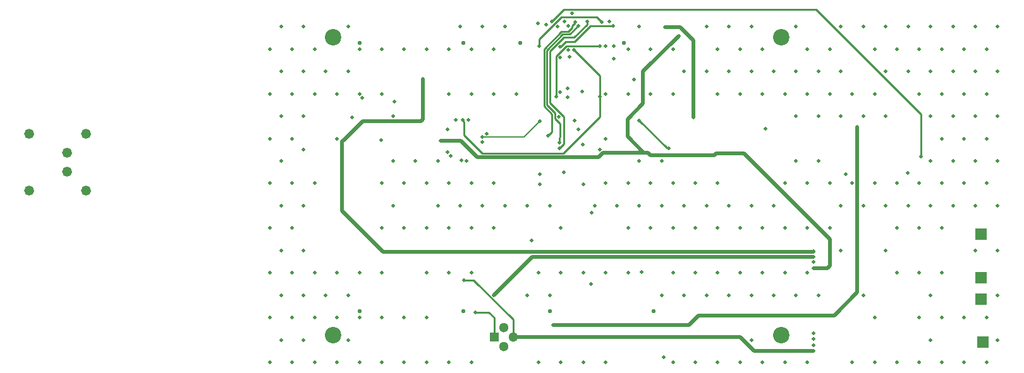
<source format=gbr>
%TF.GenerationSoftware,Altium Limited,Altium Designer,22.2.1 (43)*%
G04 Layer_Physical_Order=2*
G04 Layer_Color=36540*
%FSLAX45Y45*%
%MOMM*%
%TF.SameCoordinates,3546A09D-0AB3-465C-A5BE-671B47EBA127*%
%TF.FilePolarity,Positive*%
%TF.FileFunction,Copper,L2,Inr,Signal*%
%TF.Part,Single*%
G01*
G75*
%TA.AperFunction,Conductor*%
%ADD57C,0.50000*%
%ADD58C,0.25400*%
%ADD59C,0.12700*%
%TA.AperFunction,ComponentPad*%
%ADD60R,1.50000X1.50000*%
%ADD61C,0.54991*%
%ADD62C,2.19989*%
%ADD63C,1.32080*%
%ADD64R,1.30000X1.30000*%
%ADD65C,1.30000*%
%TA.AperFunction,ViaPad*%
%ADD66C,0.50000*%
D57*
X13266949Y4057883D02*
X13300000Y4090933D01*
X13083807Y4057883D02*
X13266949D01*
X9317300Y4217300D02*
X13080000D01*
X8800000Y3700000D02*
X9317300Y4217300D01*
X13360001Y3430000D02*
X13668077Y3738077D01*
Y5956353D01*
X9596223Y3301643D02*
X11413933D01*
X11542290Y3430000D01*
X13360001D01*
X8090000Y5770000D02*
X8360000D01*
X10808357Y5611643D02*
X10866223D01*
X10265893D02*
X10808357D01*
X8360000Y5770000D02*
X8580400Y5549600D01*
X10203850D01*
X10265893Y5611643D01*
X11776223Y5601643D02*
X12148357D01*
X13300000Y4450000D01*
Y4090933D02*
Y4450000D01*
X11298357Y7291643D02*
X11476223Y7113777D01*
Y6081643D02*
Y7113777D01*
X11096223Y7291643D02*
X11298357D01*
X10866223Y5611643D02*
X10897866Y5580000D01*
X11754580D02*
X11776223Y5601643D01*
X10897866Y5580000D02*
X11754580D01*
X10590000Y5830000D02*
X10808357Y5611643D01*
X10590000Y5830000D02*
Y6060000D01*
X10800000Y6270000D01*
Y6700000D02*
X11280000Y7180000D01*
X10800000Y6270000D02*
Y6700000D01*
X7850000Y6061294D02*
Y6600000D01*
X7825642Y6036936D02*
X7850000Y6061294D01*
X7046935Y6036936D02*
X7825642D01*
X6790000Y5780000D02*
X7046935Y6036936D01*
X6770000Y5760000D02*
X6790000Y5780000D01*
X6770000Y4827866D02*
Y5760000D01*
Y4827866D02*
X7306223Y4291643D01*
X7320000Y4280000D02*
X13080000D01*
X7310000Y4290000D02*
X7320000Y4280000D01*
X12098340Y3141660D02*
X12290000Y2950000D01*
X13080000D01*
X9057160Y3141660D02*
X12098340D01*
D58*
X9797876Y7236200D02*
X9850800Y7289124D01*
X9737562Y7530400D02*
X13119600D01*
X9708437Y7236200D02*
X9797876D01*
X9887660Y7352626D02*
Y7359283D01*
X9708038Y7429600D02*
X10180568D01*
X9410000Y7131562D02*
X9708038Y7429600D01*
X9575664Y7368502D02*
X9737562Y7530400D01*
X13119600D02*
X14520000Y6130000D01*
X9850800Y7289124D02*
Y7315766D01*
X10180568Y7429600D02*
X10249768Y7360400D01*
X9850800Y7315766D02*
X9887660Y7352626D01*
X9511900Y6254219D02*
X9619600Y6146519D01*
Y6069124D02*
X9690000Y5998724D01*
X9740000Y5730000D02*
Y6091276D01*
X9581500Y5891500D02*
Y6128500D01*
X9473800Y6236200D02*
X9581500Y6128500D01*
X9619600Y6069124D02*
Y6146519D01*
X9550000Y6281276D02*
X9740000Y6091276D01*
X9530000Y5840000D02*
X9581500Y5891500D01*
X9550000Y6281276D02*
Y6970000D01*
X9690000Y5825800D02*
Y5998724D01*
X9680000Y5670000D02*
X9740000Y5730000D01*
X9680000Y5750000D02*
Y5815800D01*
X9690000Y5825800D01*
X9511900Y6254219D02*
Y6985782D01*
X9410000Y7040000D02*
Y7131562D01*
X8398598Y5851403D02*
X8650000Y5600000D01*
X9730000D01*
X8398598Y5851403D02*
Y6024746D01*
X9680000Y5670000D02*
X9680000D01*
X9057160Y3141660D02*
Y3371564D01*
X8400000Y3900000D02*
X8528724D01*
X9057160Y3371564D01*
X8803160Y3141660D02*
Y3396840D01*
X8550000Y3470000D02*
X8730000D01*
X8803160Y3396840D01*
X8380000Y6043344D02*
Y6050000D01*
Y6043344D02*
X8398598Y6024746D01*
X10047792Y7333140D02*
Y7368424D01*
X10049368Y7370000D01*
X9880000Y7100000D02*
X9980000Y7200000D01*
X10090000Y7310000D02*
X10399768D01*
X9764390Y7100000D02*
X9880000D01*
X9980000Y7200000D02*
X9980000D01*
X10090000Y7310000D01*
X9874653Y7160000D02*
X10047792Y7333140D01*
X9815148Y7198100D02*
X9931996Y7314947D01*
X9740000Y7160000D02*
X9874653D01*
X9724218Y7198100D02*
X9815148D01*
X9550000Y6970000D02*
X9740000Y7160000D01*
X9473800Y7001563D02*
X9708437Y7236200D01*
X9511900Y6985782D02*
X9724218Y7198100D01*
X9473800Y6236200D02*
Y7001563D01*
X14520000Y5560000D02*
Y6130000D01*
X9775274Y7045274D02*
X10222869D01*
X9730000Y5600000D02*
X10220000Y6090000D01*
Y6360000D01*
Y6647177D01*
X9872303Y6994874D02*
X10220000Y6647177D01*
X9687775Y7029051D02*
X9693441D01*
X9764390Y7100000D01*
X9640000Y6360000D02*
Y6910000D01*
X9775274Y7045274D01*
X11135293Y5674707D02*
X11140000Y5670000D01*
X10750000Y6040000D02*
X11115293Y5674707D01*
X11135293D01*
D59*
X9207660Y5820160D02*
X9417500Y6030000D01*
X8650000Y5820160D02*
X9207660D01*
D60*
X15350000Y3070000D02*
D03*
X15330000Y3930000D02*
D03*
Y4520000D02*
D03*
Y3650000D02*
D03*
D61*
X10545001Y7085019D02*
D03*
X9155011D02*
D03*
X8395018D02*
D03*
X7005003D02*
D03*
X10945025Y3485001D02*
D03*
X9555010D02*
D03*
X8395018D02*
D03*
X7005003D02*
D03*
D62*
X6650012Y7160000D02*
D03*
Y3160008D02*
D03*
X12650000D02*
D03*
Y7160000D02*
D03*
D63*
X3341000Y5099000D02*
D03*
X2579000D02*
D03*
Y5861000D02*
D03*
X3341000D02*
D03*
X3087000Y5353000D02*
D03*
X3087000Y5607000D02*
D03*
D64*
X8803160Y3141660D02*
D03*
D65*
X9057160D02*
D03*
X8930160Y3268660D02*
D03*
Y3014660D02*
D03*
D66*
X9887660Y7359283D02*
D03*
X9850000Y7480000D02*
D03*
X15549995Y7299998D02*
D03*
X15399995Y6999998D02*
D03*
X15549995Y6699998D02*
D03*
X15399995Y6399998D02*
D03*
X15549995Y6099998D02*
D03*
X15399995Y5799998D02*
D03*
X15549995Y5499998D02*
D03*
X15399995Y5199998D02*
D03*
X15549995Y4899999D02*
D03*
Y4299999D02*
D03*
Y3699999D02*
D03*
X15399995Y3399999D02*
D03*
X15549995Y3099999D02*
D03*
X15399995Y2799999D02*
D03*
X15249995Y7299998D02*
D03*
X15099995Y6999998D02*
D03*
X15249995Y6699998D02*
D03*
X15099995Y6399998D02*
D03*
X15249995Y6099998D02*
D03*
X15099995Y5799998D02*
D03*
X15249995Y5499998D02*
D03*
X15099995Y5199998D02*
D03*
X15249995Y4899999D02*
D03*
Y4299999D02*
D03*
X15099995Y3399999D02*
D03*
Y2799999D02*
D03*
X14949995Y7299998D02*
D03*
X14799995Y6999998D02*
D03*
X14949995Y6699998D02*
D03*
X14799995Y6399998D02*
D03*
X14949995Y6099998D02*
D03*
X14799995Y5799998D02*
D03*
X14949995Y5499998D02*
D03*
X14799995Y5199998D02*
D03*
X14949995Y4899999D02*
D03*
X14799995Y4599999D02*
D03*
Y3999999D02*
D03*
Y3399999D02*
D03*
Y2799999D02*
D03*
X14649995Y7299998D02*
D03*
X14499995Y6999998D02*
D03*
X14649995Y6699998D02*
D03*
X14499995Y6399998D02*
D03*
X14649995Y6099998D02*
D03*
Y5499998D02*
D03*
X14499995Y5199998D02*
D03*
X14649995Y4899999D02*
D03*
X14499995Y4599999D02*
D03*
Y3999999D02*
D03*
X14649995Y3699999D02*
D03*
X14499995Y3399999D02*
D03*
X14649995Y3099999D02*
D03*
X14499995Y2799999D02*
D03*
X14349995Y7299998D02*
D03*
X14199995Y6999998D02*
D03*
X14349995Y6699998D02*
D03*
X14199995Y5199998D02*
D03*
X14349995Y4899999D02*
D03*
X14199995Y4599999D02*
D03*
Y3999999D02*
D03*
Y2799999D02*
D03*
X14049995Y7299998D02*
D03*
X13899995Y6999998D02*
D03*
X14049995Y6699998D02*
D03*
X13899995Y6399998D02*
D03*
X14049995Y6099998D02*
D03*
X13899995Y5199998D02*
D03*
X14049995Y4899999D02*
D03*
Y4299999D02*
D03*
X13899995Y3399999D02*
D03*
Y2799999D02*
D03*
X13749995Y7299998D02*
D03*
X13599995Y6399998D02*
D03*
X13749995Y6099998D02*
D03*
X13599995Y5199998D02*
D03*
X13749995Y4899999D02*
D03*
Y3699999D02*
D03*
X13599995Y2799999D02*
D03*
X13449995Y7299998D02*
D03*
X13299995Y6999998D02*
D03*
X13449995Y6699998D02*
D03*
X13299995Y6399998D02*
D03*
X13449995Y6099998D02*
D03*
X13299995Y5199998D02*
D03*
X13449995Y4899999D02*
D03*
X13299995Y4599999D02*
D03*
X13449995Y4299999D02*
D03*
X12999995Y6999998D02*
D03*
X13149995Y6699998D02*
D03*
X12999995Y6399998D02*
D03*
X13149995Y6099998D02*
D03*
Y5499998D02*
D03*
X12999995Y5199998D02*
D03*
Y4599999D02*
D03*
Y3999999D02*
D03*
X13149995Y3699999D02*
D03*
X12999995Y2799999D02*
D03*
X12849995Y7299998D02*
D03*
Y6699998D02*
D03*
X12699996Y6399998D02*
D03*
X12849995Y6099998D02*
D03*
Y5499998D02*
D03*
X12699996Y5199998D02*
D03*
Y4599999D02*
D03*
Y3999999D02*
D03*
X12849995Y3699999D02*
D03*
X12699996Y2799999D02*
D03*
X12399996Y6999998D02*
D03*
X12549996Y6699998D02*
D03*
X12399996Y6399998D02*
D03*
X12549996Y4899999D02*
D03*
X12399996Y4599999D02*
D03*
Y3999999D02*
D03*
X12549996Y3699999D02*
D03*
X12399996Y2799999D02*
D03*
X12249996Y7299998D02*
D03*
X12099996Y6999998D02*
D03*
X12249996Y6699998D02*
D03*
X12099996Y6399998D02*
D03*
X12249996Y4899999D02*
D03*
X12099996Y4599999D02*
D03*
Y3999999D02*
D03*
X12249996Y3699999D02*
D03*
Y3099999D02*
D03*
X12099996Y2799999D02*
D03*
X11949996Y7299998D02*
D03*
X11799996Y6999998D02*
D03*
X11949996Y6699998D02*
D03*
X11799996Y6399998D02*
D03*
Y5199998D02*
D03*
X11949996Y4899999D02*
D03*
X11799996Y4599999D02*
D03*
Y3999999D02*
D03*
X11949996Y3699999D02*
D03*
X11799996Y2799999D02*
D03*
X11649997Y7299998D02*
D03*
Y6699998D02*
D03*
X11499997Y5199998D02*
D03*
X11649997Y4899999D02*
D03*
X11499997Y4599999D02*
D03*
Y3999999D02*
D03*
X11649997Y3699999D02*
D03*
X11499997Y2799999D02*
D03*
X11199997Y6999998D02*
D03*
X11349997Y6699998D02*
D03*
X11199997Y6399998D02*
D03*
Y5199998D02*
D03*
X11349997Y4899999D02*
D03*
X11199997Y4599999D02*
D03*
Y3999999D02*
D03*
X11349997Y3699999D02*
D03*
X11199997Y2799999D02*
D03*
X10899997Y6999998D02*
D03*
Y6399998D02*
D03*
X11049997Y5499998D02*
D03*
X10899997Y5199998D02*
D03*
X11049997Y4899999D02*
D03*
X10899997Y4599999D02*
D03*
X11049997Y3699999D02*
D03*
X10749997Y7299998D02*
D03*
X10599997Y6999998D02*
D03*
Y6399998D02*
D03*
X10749997Y5499998D02*
D03*
X10599997Y5199998D02*
D03*
X10749997Y4899999D02*
D03*
X10599997Y4599999D02*
D03*
Y3999999D02*
D03*
X10299997Y6399998D02*
D03*
Y5799998D02*
D03*
Y5199998D02*
D03*
X10449997Y4899999D02*
D03*
X10299997Y3999999D02*
D03*
Y2799999D02*
D03*
X10149997Y4899999D02*
D03*
X9999997Y3999999D02*
D03*
Y2799999D02*
D03*
X9699997Y4599999D02*
D03*
Y3999999D02*
D03*
Y2799999D02*
D03*
X9549997Y4899999D02*
D03*
X9399997Y3999999D02*
D03*
X9549997Y3699999D02*
D03*
X9399997Y2799999D02*
D03*
X9099997Y6399998D02*
D03*
X9249997Y4899999D02*
D03*
Y3699999D02*
D03*
X8949997Y7299998D02*
D03*
X8799997Y6999998D02*
D03*
Y6399998D02*
D03*
Y5199998D02*
D03*
X8949997Y4899999D02*
D03*
X8799997Y4599999D02*
D03*
X8649997Y7299998D02*
D03*
X8499997Y6999998D02*
D03*
Y6399998D02*
D03*
Y5199998D02*
D03*
X8649997Y4899999D02*
D03*
X8499997Y4599999D02*
D03*
Y3999999D02*
D03*
Y2799999D02*
D03*
X8349998Y7299998D02*
D03*
X8199998Y6999998D02*
D03*
Y6399998D02*
D03*
Y5199998D02*
D03*
X8349998Y4899999D02*
D03*
X8199998Y4599999D02*
D03*
Y3999999D02*
D03*
Y2799999D02*
D03*
X7899998Y6999998D02*
D03*
X8049998Y5499998D02*
D03*
X7899998Y5199998D02*
D03*
X8049998Y4899999D02*
D03*
X7899998Y4599999D02*
D03*
Y3999999D02*
D03*
Y3399999D02*
D03*
Y2799999D02*
D03*
X7599998Y6999998D02*
D03*
X7749998Y5499998D02*
D03*
X7599998Y5199998D02*
D03*
Y4599999D02*
D03*
Y3399999D02*
D03*
Y2799999D02*
D03*
X7299998Y6999998D02*
D03*
Y6399998D02*
D03*
X7449998Y6099998D02*
D03*
Y5499998D02*
D03*
X7299998Y5199998D02*
D03*
X7449998Y4899999D02*
D03*
X7299998Y4599999D02*
D03*
Y3999999D02*
D03*
Y3399999D02*
D03*
Y2799999D02*
D03*
X6999998Y6999998D02*
D03*
Y6399998D02*
D03*
Y3999999D02*
D03*
Y3399999D02*
D03*
Y2799999D02*
D03*
X6849998Y7299998D02*
D03*
Y6699998D02*
D03*
X6699998Y6399998D02*
D03*
Y5799998D02*
D03*
Y3999999D02*
D03*
X6849998Y3699999D02*
D03*
X6699998Y3399999D02*
D03*
X6849998Y3099999D02*
D03*
X6699998Y2799999D02*
D03*
X6399998Y6999998D02*
D03*
X6549998Y6699998D02*
D03*
X6399998Y6399998D02*
D03*
Y5199998D02*
D03*
Y3999999D02*
D03*
X6549998Y3699999D02*
D03*
X6399998Y3399999D02*
D03*
Y2799999D02*
D03*
X6249998Y7299998D02*
D03*
X6099998Y6999998D02*
D03*
X6249998Y6699998D02*
D03*
X6099998Y6399998D02*
D03*
X6249998Y6099998D02*
D03*
X6099998Y5799998D02*
D03*
Y5199998D02*
D03*
X6249998Y4899999D02*
D03*
X6099998Y4599999D02*
D03*
X6249998Y4299999D02*
D03*
X6099998Y3999999D02*
D03*
X6249998Y3699999D02*
D03*
X6099998Y3399999D02*
D03*
X6249998Y3099999D02*
D03*
X6099998Y2799999D02*
D03*
X5949998Y7299998D02*
D03*
X5799998Y6999998D02*
D03*
X5949998Y6699998D02*
D03*
X5799998Y6399998D02*
D03*
X5949998Y6099998D02*
D03*
X5799998Y5799998D02*
D03*
X5949998Y5499998D02*
D03*
X5799998Y5199998D02*
D03*
X5949998Y4899999D02*
D03*
X5799998Y4599999D02*
D03*
X5949998Y4299999D02*
D03*
X5799998Y3999999D02*
D03*
X5949998Y3699999D02*
D03*
X5799998Y3399999D02*
D03*
X5949998Y3099999D02*
D03*
X5799998Y2799999D02*
D03*
X7472203Y6296624D02*
D03*
X6902204Y6086624D02*
D03*
X9670000Y6090000D02*
D03*
X9742204Y5346624D02*
D03*
X9790963Y6352684D02*
D03*
X9880000Y6040000D02*
D03*
X9932204Y5926624D02*
D03*
X8431860Y5499848D02*
D03*
X13080000Y4217300D02*
D03*
X13083807Y4057883D02*
D03*
X9410000Y7040000D02*
D03*
X11080000Y2870000D02*
D03*
X10776223Y4011643D02*
D03*
X9310000Y4430000D02*
D03*
X10110000Y4810000D02*
D03*
X13668077Y5956353D02*
D03*
X13516223Y5321643D02*
D03*
X10106223Y3851643D02*
D03*
X9596223Y3301643D02*
D03*
X12436223Y5931643D02*
D03*
X8650000Y5757460D02*
D03*
Y5820160D02*
D03*
X8090000Y5770000D02*
D03*
X9680000Y5670000D02*
D03*
X11476223Y6081643D02*
D03*
X11776223Y5601643D02*
D03*
X10866223Y5611643D02*
D03*
X11280000Y7180000D02*
D03*
X11096223Y7291643D02*
D03*
X7850000Y6600000D02*
D03*
X7825642Y6036936D02*
D03*
X6790000Y5780000D02*
D03*
X7306223Y4291643D02*
D03*
X8800000Y3700000D02*
D03*
X13086475Y4292131D02*
D03*
X13080000Y4141643D02*
D03*
X7290000Y5780000D02*
D03*
X6250000Y5650000D02*
D03*
X7036775Y6343703D02*
D03*
X13080000Y2950000D02*
D03*
Y3031643D02*
D03*
Y3191643D02*
D03*
Y3111643D02*
D03*
X8550000Y3470000D02*
D03*
X9530000Y5840000D02*
D03*
X9680000Y5750000D02*
D03*
X9390000Y7350000D02*
D03*
X9500411Y7329675D02*
D03*
X9655057Y7305343D02*
D03*
X9575664Y7368502D02*
D03*
X8220000Y5570000D02*
D03*
X8180000Y5620000D02*
D03*
X8709368Y5864951D02*
D03*
X8180000Y5920000D02*
D03*
X8460000Y6050000D02*
D03*
X8290031Y6050360D02*
D03*
X8380000Y6050000D02*
D03*
X9750000Y7370000D02*
D03*
X10049368D02*
D03*
X10249768Y7360400D02*
D03*
X9931996Y7314947D02*
D03*
X10222869Y7045274D02*
D03*
X10299362Y7040638D02*
D03*
X10410000Y7042315D02*
D03*
X10410400Y6870000D02*
D03*
X10680168Y6590000D02*
D03*
X9990000Y5720000D02*
D03*
X14520000Y5560000D02*
D03*
X9795638Y6994362D02*
D03*
X9872303Y6994874D02*
D03*
X9690400Y6889124D02*
D03*
X9814362Y6893562D02*
D03*
X9687775Y7029051D02*
D03*
X10222204Y5656624D02*
D03*
X10220000Y6360000D02*
D03*
X9640000D02*
D03*
X9690400Y6420000D02*
D03*
X8369368Y5504951D02*
D03*
X9790000Y6470400D02*
D03*
X9800400Y7310000D02*
D03*
X10349368Y7370000D02*
D03*
X10399768Y7310000D02*
D03*
X9999368Y5184951D02*
D03*
X9419368D02*
D03*
X9417500Y6030000D02*
D03*
X9980000Y6430000D02*
D03*
X10750000Y6040000D02*
D03*
X11140000Y5670000D02*
D03*
X9418515Y5323230D02*
D03*
X14345349Y5343309D02*
D03*
X8400000Y3900000D02*
D03*
%TF.MD5,5f137cd4c89c55c0f0a847b0927ae80d*%
M02*

</source>
